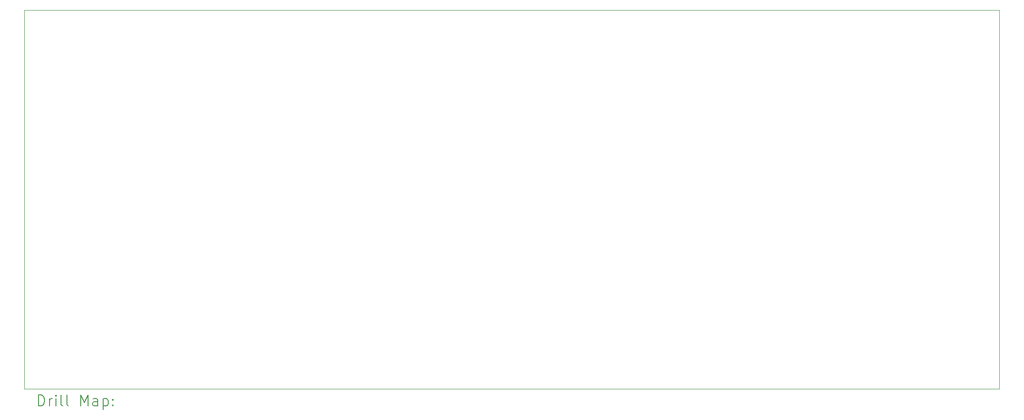
<source format=gbr>
%TF.GenerationSoftware,KiCad,Pcbnew,8.0.1*%
%TF.CreationDate,2025-01-11T23:12:29+02:00*%
%TF.ProjectId,NixProjectRev02,4e697850-726f-46a6-9563-745265763032,Rev02*%
%TF.SameCoordinates,Original*%
%TF.FileFunction,Drillmap*%
%TF.FilePolarity,Positive*%
%FSLAX45Y45*%
G04 Gerber Fmt 4.5, Leading zero omitted, Abs format (unit mm)*
G04 Created by KiCad (PCBNEW 8.0.1) date 2025-01-11 23:12:29*
%MOMM*%
%LPD*%
G01*
G04 APERTURE LIST*
%ADD10C,0.050000*%
%ADD11C,0.200000*%
G04 APERTURE END LIST*
D10*
X6090000Y-11910000D02*
X24090000Y-11910000D01*
X6090000Y-4910000D02*
X24090000Y-4910000D01*
X24090000Y-11910000D02*
X24090000Y-4910000D01*
X6090000Y-11910000D02*
X6090000Y-4910000D01*
D11*
X6348277Y-12223984D02*
X6348277Y-12023984D01*
X6348277Y-12023984D02*
X6395896Y-12023984D01*
X6395896Y-12023984D02*
X6424467Y-12033508D01*
X6424467Y-12033508D02*
X6443515Y-12052555D01*
X6443515Y-12052555D02*
X6453039Y-12071603D01*
X6453039Y-12071603D02*
X6462562Y-12109698D01*
X6462562Y-12109698D02*
X6462562Y-12138269D01*
X6462562Y-12138269D02*
X6453039Y-12176365D01*
X6453039Y-12176365D02*
X6443515Y-12195412D01*
X6443515Y-12195412D02*
X6424467Y-12214460D01*
X6424467Y-12214460D02*
X6395896Y-12223984D01*
X6395896Y-12223984D02*
X6348277Y-12223984D01*
X6548277Y-12223984D02*
X6548277Y-12090650D01*
X6548277Y-12128746D02*
X6557801Y-12109698D01*
X6557801Y-12109698D02*
X6567324Y-12100174D01*
X6567324Y-12100174D02*
X6586372Y-12090650D01*
X6586372Y-12090650D02*
X6605420Y-12090650D01*
X6672086Y-12223984D02*
X6672086Y-12090650D01*
X6672086Y-12023984D02*
X6662562Y-12033508D01*
X6662562Y-12033508D02*
X6672086Y-12043031D01*
X6672086Y-12043031D02*
X6681610Y-12033508D01*
X6681610Y-12033508D02*
X6672086Y-12023984D01*
X6672086Y-12023984D02*
X6672086Y-12043031D01*
X6795896Y-12223984D02*
X6776848Y-12214460D01*
X6776848Y-12214460D02*
X6767324Y-12195412D01*
X6767324Y-12195412D02*
X6767324Y-12023984D01*
X6900658Y-12223984D02*
X6881610Y-12214460D01*
X6881610Y-12214460D02*
X6872086Y-12195412D01*
X6872086Y-12195412D02*
X6872086Y-12023984D01*
X7129229Y-12223984D02*
X7129229Y-12023984D01*
X7129229Y-12023984D02*
X7195896Y-12166841D01*
X7195896Y-12166841D02*
X7262562Y-12023984D01*
X7262562Y-12023984D02*
X7262562Y-12223984D01*
X7443515Y-12223984D02*
X7443515Y-12119222D01*
X7443515Y-12119222D02*
X7433991Y-12100174D01*
X7433991Y-12100174D02*
X7414943Y-12090650D01*
X7414943Y-12090650D02*
X7376848Y-12090650D01*
X7376848Y-12090650D02*
X7357801Y-12100174D01*
X7443515Y-12214460D02*
X7424467Y-12223984D01*
X7424467Y-12223984D02*
X7376848Y-12223984D01*
X7376848Y-12223984D02*
X7357801Y-12214460D01*
X7357801Y-12214460D02*
X7348277Y-12195412D01*
X7348277Y-12195412D02*
X7348277Y-12176365D01*
X7348277Y-12176365D02*
X7357801Y-12157317D01*
X7357801Y-12157317D02*
X7376848Y-12147793D01*
X7376848Y-12147793D02*
X7424467Y-12147793D01*
X7424467Y-12147793D02*
X7443515Y-12138269D01*
X7538753Y-12090650D02*
X7538753Y-12290650D01*
X7538753Y-12100174D02*
X7557801Y-12090650D01*
X7557801Y-12090650D02*
X7595896Y-12090650D01*
X7595896Y-12090650D02*
X7614943Y-12100174D01*
X7614943Y-12100174D02*
X7624467Y-12109698D01*
X7624467Y-12109698D02*
X7633991Y-12128746D01*
X7633991Y-12128746D02*
X7633991Y-12185888D01*
X7633991Y-12185888D02*
X7624467Y-12204936D01*
X7624467Y-12204936D02*
X7614943Y-12214460D01*
X7614943Y-12214460D02*
X7595896Y-12223984D01*
X7595896Y-12223984D02*
X7557801Y-12223984D01*
X7557801Y-12223984D02*
X7538753Y-12214460D01*
X7719705Y-12204936D02*
X7729229Y-12214460D01*
X7729229Y-12214460D02*
X7719705Y-12223984D01*
X7719705Y-12223984D02*
X7710182Y-12214460D01*
X7710182Y-12214460D02*
X7719705Y-12204936D01*
X7719705Y-12204936D02*
X7719705Y-12223984D01*
X7719705Y-12100174D02*
X7729229Y-12109698D01*
X7729229Y-12109698D02*
X7719705Y-12119222D01*
X7719705Y-12119222D02*
X7710182Y-12109698D01*
X7710182Y-12109698D02*
X7719705Y-12100174D01*
X7719705Y-12100174D02*
X7719705Y-12119222D01*
M02*

</source>
